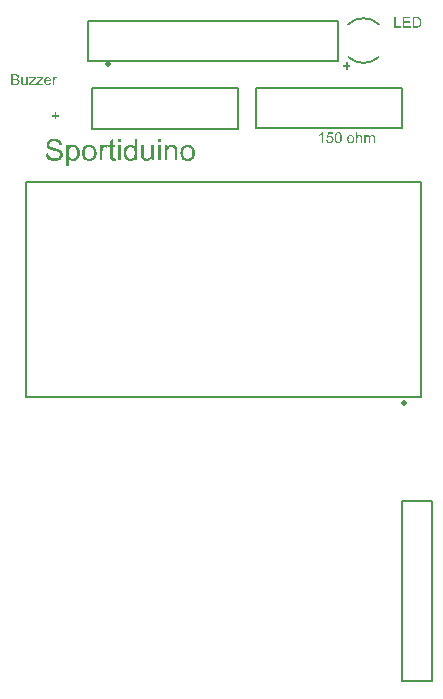
<source format=gto>
%FSLAX33Y33*%
%MOMM*%
%ADD10C,0.15*%
%ADD11C,0.5*%
%ADD12C,0.2*%
D10*
%LNtop silkscreen_traces*%
%LNtop silkscreen component 104f474019bc45ae*%
G01*
X-61835Y33730D02*
X-61835Y37120D01*
X-61835Y33730D02*
X-40665Y33730D01*
X-40665Y37120*
X-61835Y37120*
D11*
X-60140Y33405D03*
%LNtop silkscreen component 6423f2fbdbf0fd51*%
D12*
X-35270Y-18810D02*
X-35270Y-3570D01*
X-32730Y-3570*
X-32730Y-18810*
X-35270Y-18810*
%LNtop silkscreen component 725756eb9d5a0c3e*%
D10*
X-33639Y5234D02*
X-67061Y5234D01*
X-67061Y23416*
X-33639Y23416*
X-33639Y5234*
D11*
X-35110Y4734D03*
%LNtop silkscreen component e41e54bbfcc8de48*%
D10*
X-49145Y27954D02*
X-61505Y27954D01*
X-49145Y27954D02*
X-49145Y31395D01*
X-61505Y31395*
X-61505Y27954*
%LNtop silkscreen component bcffb8a9274f0d14*%
X-47625Y31445D02*
X-35265Y31445D01*
X-47625Y31445D02*
X-47625Y28005D01*
X-35265Y28005*
X-35265Y31445*
%LNtop silkscreen component 243e2b77924b8e62*%
G75*
G03*
X-37200Y36810D02*
X-39800Y36810I-1300J-1386D01*
G75*
X-39800Y34045D02*
X-37200Y34045I1300J1386D01*
%LNtext*%
G36*
G01*
X-41927Y26760D02*
X-42038Y26760D01*
X-42038Y27471D01*
X-42060Y27452D01*
X-42085Y27433D01*
X-42113Y27414D01*
X-42144Y27394D01*
X-42176Y27376D01*
X-42206Y27361D01*
X-42235Y27348D01*
X-42262Y27337D01*
X-42262Y27445D01*
X-42216Y27468D01*
X-42174Y27493D01*
X-42135Y27521D01*
X-42098Y27551D01*
X-42066Y27582D01*
X-42038Y27613D01*
X-42016Y27643D01*
X-41999Y27673D01*
X-41927Y27673D01*
X-41927Y26760D01*
X-41927Y26760D01*
X-41641Y26998D02*
X-41524Y27008D01*
X-41515Y26968D01*
X-41502Y26933D01*
X-41485Y26904D01*
X-41463Y26879D01*
X-41438Y26861D01*
X-41411Y26847D01*
X-41381Y26839D01*
X-41349Y26836D01*
X-41310Y26840D01*
X-41274Y26851D01*
X-41242Y26870D01*
X-41212Y26897D01*
X-41188Y26930D01*
X-41171Y26968D01*
X-41160Y27011D01*
X-41157Y27058D01*
X-41160Y27104D01*
X-41170Y27144D01*
X-41187Y27179D01*
X-41210Y27209D01*
X-41239Y27233D01*
X-41272Y27250D01*
X-41309Y27261D01*
X-41351Y27264D01*
X-41377Y27263D01*
X-41402Y27258D01*
X-41426Y27250D01*
X-41448Y27240D01*
X-41469Y27227D01*
X-41487Y27212D01*
X-41503Y27195D01*
X-41516Y27176D01*
X-41621Y27190D01*
X-41533Y27657D01*
X-41081Y27657D01*
X-41081Y27550D01*
X-41444Y27550D01*
X-41493Y27306D01*
X-41451Y27331D01*
X-41409Y27348D01*
X-41365Y27359D01*
X-41321Y27363D01*
X-41264Y27358D01*
X-41211Y27342D01*
X-41163Y27316D01*
X-41120Y27280D01*
X-41084Y27236D01*
X-41059Y27186D01*
X-41043Y27130D01*
X-41038Y27068D01*
X-41043Y27009D01*
X-41056Y26953D01*
X-41079Y26902D01*
X-41110Y26855D01*
X-41158Y26807D01*
X-41214Y26772D01*
X-41277Y26751D01*
X-41349Y26744D01*
X-41408Y26749D01*
X-41462Y26762D01*
X-41509Y26784D01*
X-41551Y26814D01*
X-41586Y26852D01*
X-41613Y26895D01*
X-41631Y26944D01*
X-41641Y26998D01*
X-41641Y26998D01*
X-40935Y27208D02*
X-40933Y27285D01*
X-40926Y27354D01*
X-40916Y27415D01*
X-40901Y27468D01*
X-40883Y27514D01*
X-40860Y27555D01*
X-40834Y27590D01*
X-40803Y27619D01*
X-40768Y27643D01*
X-40729Y27659D01*
X-40686Y27669D01*
X-40638Y27673D01*
X-40603Y27671D01*
X-40570Y27665D01*
X-40539Y27656D01*
X-40510Y27643D01*
X-40483Y27627D01*
X-40459Y27607D01*
X-40438Y27585D01*
X-40419Y27558D01*
X-40402Y27529D01*
X-40387Y27497D01*
X-40373Y27462D01*
X-40362Y27423D01*
X-40353Y27380D01*
X-40347Y27330D01*
X-40343Y27272D01*
X-40342Y27208D01*
X-40344Y27132D01*
X-40350Y27064D01*
X-40360Y27003D01*
X-40375Y26950D01*
X-40393Y26904D01*
X-40416Y26863D01*
X-40442Y26828D01*
X-40473Y26798D01*
X-40508Y26775D01*
X-40547Y26758D01*
X-40590Y26748D01*
X-40638Y26744D01*
X-40647Y26745D01*
X-40638Y26836D01*
X-40601Y26841D01*
X-40567Y26855D01*
X-40537Y26878D01*
X-40509Y26911D01*
X-40486Y26957D01*
X-40470Y27022D01*
X-40460Y27106D01*
X-40457Y27208D01*
X-40460Y27311D01*
X-40470Y27395D01*
X-40486Y27460D01*
X-40509Y27507D01*
X-40537Y27539D01*
X-40568Y27562D01*
X-40602Y27576D01*
X-40639Y27580D01*
X-40676Y27576D01*
X-40709Y27564D01*
X-40737Y27544D01*
X-40762Y27515D01*
X-40787Y27465D01*
X-40806Y27397D01*
X-40816Y27311D01*
X-40820Y27208D01*
X-40820Y27208D01*
X-40817Y27106D01*
X-40807Y27022D01*
X-40790Y26957D01*
X-40768Y26910D01*
X-40740Y26878D01*
X-40709Y26855D01*
X-40675Y26841D01*
X-40638Y26836D01*
X-40647Y26745D01*
X-40700Y26750D01*
X-40756Y26768D01*
X-40804Y26798D01*
X-40845Y26839D01*
X-40884Y26904D01*
X-40912Y26988D01*
X-40929Y27089D01*
X-40935Y27208D01*
X-40935Y27208D01*
X-39886Y27089D02*
X-39880Y27175D01*
X-39861Y27248D01*
X-39829Y27310D01*
X-39784Y27360D01*
X-39740Y27392D01*
X-39690Y27415D01*
X-39636Y27429D01*
X-39577Y27433D01*
X-39512Y27428D01*
X-39454Y27411D01*
X-39401Y27383D01*
X-39355Y27344D01*
X-39317Y27296D01*
X-39291Y27238D01*
X-39274Y27173D01*
X-39269Y27099D01*
X-39271Y27038D01*
X-39279Y26985D01*
X-39290Y26938D01*
X-39307Y26899D01*
X-39328Y26864D01*
X-39354Y26834D01*
X-39384Y26808D01*
X-39418Y26785D01*
X-39455Y26768D01*
X-39494Y26755D01*
X-39535Y26748D01*
X-39577Y26745D01*
X-39585Y26746D01*
X-39577Y26837D01*
X-39537Y26841D01*
X-39501Y26853D01*
X-39468Y26872D01*
X-39439Y26900D01*
X-39415Y26936D01*
X-39398Y26980D01*
X-39387Y27032D01*
X-39384Y27093D01*
X-39387Y27150D01*
X-39398Y27200D01*
X-39415Y27243D01*
X-39439Y27278D01*
X-39469Y27306D01*
X-39501Y27325D01*
X-39538Y27337D01*
X-39577Y27341D01*
X-39617Y27337D01*
X-39654Y27325D01*
X-39687Y27306D01*
X-39716Y27278D01*
X-39740Y27243D01*
X-39758Y27200D01*
X-39768Y27149D01*
X-39771Y27089D01*
X-39771Y27089D01*
X-39768Y27030D01*
X-39758Y26979D01*
X-39740Y26935D01*
X-39716Y26900D01*
X-39687Y26872D01*
X-39654Y26853D01*
X-39617Y26841D01*
X-39577Y26837D01*
X-39585Y26746D01*
X-39643Y26751D01*
X-39702Y26767D01*
X-39755Y26795D01*
X-39801Y26834D01*
X-39838Y26883D01*
X-39865Y26942D01*
X-39881Y27011D01*
X-39886Y27089D01*
X-39886Y27089D01*
X-39138Y26760D02*
X-39138Y27669D01*
X-39027Y27669D01*
X-39027Y27343D01*
X-38985Y27383D01*
X-38938Y27411D01*
X-38886Y27428D01*
X-38829Y27433D01*
X-38794Y27432D01*
X-38761Y27426D01*
X-38730Y27417D01*
X-38702Y27405D01*
X-38677Y27389D01*
X-38656Y27370D01*
X-38639Y27349D01*
X-38625Y27325D01*
X-38615Y27297D01*
X-38608Y27263D01*
X-38603Y27223D01*
X-38602Y27177D01*
X-38602Y26760D01*
X-38713Y26760D01*
X-38713Y27177D01*
X-38716Y27216D01*
X-38722Y27250D01*
X-38734Y27277D01*
X-38750Y27299D01*
X-38770Y27316D01*
X-38793Y27328D01*
X-38821Y27335D01*
X-38852Y27337D01*
X-38877Y27336D01*
X-38900Y27331D01*
X-38923Y27323D01*
X-38946Y27312D01*
X-38966Y27298D01*
X-38983Y27281D01*
X-38997Y27263D01*
X-39008Y27242D01*
X-39016Y27218D01*
X-39022Y27189D01*
X-39025Y27157D01*
X-39027Y27120D01*
X-39027Y26760D01*
X-39138Y26760D01*
X-39138Y26760D01*
X-38432Y26760D02*
X-38432Y27419D01*
X-38332Y27419D01*
X-38332Y27326D01*
X-38315Y27349D01*
X-38296Y27370D01*
X-38274Y27388D01*
X-38250Y27404D01*
X-38223Y27417D01*
X-38194Y27426D01*
X-38164Y27432D01*
X-38132Y27433D01*
X-38097Y27432D01*
X-38066Y27426D01*
X-38037Y27416D01*
X-38012Y27403D01*
X-37991Y27386D01*
X-37972Y27367D01*
X-37958Y27344D01*
X-37946Y27318D01*
X-37904Y27369D01*
X-37856Y27405D01*
X-37803Y27426D01*
X-37743Y27433D01*
X-37697Y27430D01*
X-37656Y27420D01*
X-37621Y27403D01*
X-37592Y27379D01*
X-37569Y27348D01*
X-37553Y27310D01*
X-37543Y27265D01*
X-37539Y27212D01*
X-37539Y26760D01*
X-37650Y26760D01*
X-37650Y27175D01*
X-37651Y27206D01*
X-37653Y27232D01*
X-37657Y27254D01*
X-37661Y27271D01*
X-37668Y27285D01*
X-37677Y27298D01*
X-37688Y27309D01*
X-37701Y27319D01*
X-37716Y27327D01*
X-37732Y27332D01*
X-37749Y27336D01*
X-37768Y27337D01*
X-37801Y27334D01*
X-37831Y27325D01*
X-37859Y27311D01*
X-37883Y27291D01*
X-37903Y27264D01*
X-37917Y27230D01*
X-37926Y27190D01*
X-37929Y27143D01*
X-37929Y26760D01*
X-38041Y26760D01*
X-38041Y27188D01*
X-38042Y27223D01*
X-38047Y27253D01*
X-38056Y27279D01*
X-38068Y27300D01*
X-38084Y27316D01*
X-38104Y27327D01*
X-38128Y27334D01*
X-38157Y27337D01*
X-38180Y27335D01*
X-38202Y27331D01*
X-38224Y27323D01*
X-38244Y27312D01*
X-38263Y27298D01*
X-38279Y27281D01*
X-38292Y27262D01*
X-38302Y27239D01*
X-38310Y27213D01*
X-38316Y27181D01*
X-38319Y27144D01*
X-38320Y27102D01*
X-38320Y26760D01*
X-38432Y26760D01*
X-38432Y26760D01*
X-64602Y28747D02*
X-64602Y28996D01*
X-64849Y28996D01*
X-64849Y29100D01*
X-64602Y29100D01*
X-64602Y29348D01*
X-64496Y29348D01*
X-64496Y29100D01*
X-64249Y29100D01*
X-64249Y28996D01*
X-64496Y28996D01*
X-64496Y28747D01*
X-64602Y28747D01*
X-64602Y28747D01*
X-35907Y36525D02*
X-35907Y37434D01*
X-35787Y37434D01*
X-35787Y36632D01*
X-35339Y36632D01*
X-35339Y36525D01*
X-35907Y36525D01*
X-35907Y36525D01*
X-35193Y36525D02*
X-35193Y37434D01*
X-34536Y37434D01*
X-34536Y37327D01*
X-35073Y37327D01*
X-35073Y37048D01*
X-34570Y37048D01*
X-34570Y36942D01*
X-35073Y36942D01*
X-35073Y36632D01*
X-34515Y36632D01*
X-34515Y36525D01*
X-35193Y36525D01*
X-35193Y36525D01*
X-34349Y36525D02*
X-34349Y37434D01*
X-34037Y37434D01*
X-34037Y37327D01*
X-34228Y37327D01*
X-34228Y36632D01*
X-34228Y36632D01*
X-34034Y36632D01*
X-33992Y36633D01*
X-33954Y36636D01*
X-33921Y36642D01*
X-33893Y36649D01*
X-33869Y36658D01*
X-33847Y36669D01*
X-33828Y36682D01*
X-33812Y36696D01*
X-33791Y36719D01*
X-33774Y36746D01*
X-33758Y36777D01*
X-33745Y36811D01*
X-33734Y36849D01*
X-33727Y36891D01*
X-33723Y36937D01*
X-33721Y36986D01*
X-33724Y37054D01*
X-33733Y37112D01*
X-33747Y37163D01*
X-33768Y37206D01*
X-33793Y37241D01*
X-33820Y37270D01*
X-33849Y37292D01*
X-33882Y37308D01*
X-33910Y37316D01*
X-33945Y37322D01*
X-33987Y37326D01*
X-34037Y37327D01*
X-34037Y37434D01*
X-34035Y37434D01*
X-33986Y37433D01*
X-33942Y37431D01*
X-33905Y37427D01*
X-33874Y37421D01*
X-33836Y37410D01*
X-33801Y37396D01*
X-33769Y37378D01*
X-33740Y37356D01*
X-33707Y37323D01*
X-33677Y37287D01*
X-33653Y37246D01*
X-33633Y37201D01*
X-33617Y37152D01*
X-33606Y37099D01*
X-33599Y37044D01*
X-33597Y36985D01*
X-33599Y36934D01*
X-33603Y36887D01*
X-33611Y36842D01*
X-33621Y36801D01*
X-33634Y36763D01*
X-33649Y36728D01*
X-33665Y36696D01*
X-33683Y36669D01*
X-33703Y36644D01*
X-33723Y36622D01*
X-33744Y36603D01*
X-33766Y36586D01*
X-33790Y36572D01*
X-33816Y36560D01*
X-33844Y36549D01*
X-33875Y36541D01*
X-33907Y36534D01*
X-33943Y36529D01*
X-33981Y36526D01*
X-34021Y36525D01*
X-34349Y36525D01*
X-34349Y36525D01*
X-65411Y25859D02*
X-65184Y25879D01*
X-65173Y25814D01*
X-65157Y25755D01*
X-65136Y25702D01*
X-65109Y25655D01*
X-65075Y25614D01*
X-65034Y25576D01*
X-64984Y25543D01*
X-64926Y25514D01*
X-64862Y25490D01*
X-64794Y25473D01*
X-64722Y25463D01*
X-64647Y25460D01*
X-64580Y25462D01*
X-64517Y25470D01*
X-64459Y25483D01*
X-64404Y25501D01*
X-64354Y25523D01*
X-64312Y25549D01*
X-64276Y25579D01*
X-64247Y25613D01*
X-64224Y25649D01*
X-64208Y25688D01*
X-64199Y25727D01*
X-64195Y25769D01*
X-64199Y25810D01*
X-64208Y25849D01*
X-64223Y25885D01*
X-64245Y25918D01*
X-64274Y25949D01*
X-64311Y25977D01*
X-64356Y26002D01*
X-64409Y26025D01*
X-64456Y26042D01*
X-64526Y26062D01*
X-64618Y26086D01*
X-64732Y26114D01*
X-64848Y26144D01*
X-64946Y26172D01*
X-65024Y26200D01*
X-65083Y26227D01*
X-65144Y26264D01*
X-65197Y26304D01*
X-65241Y26348D01*
X-65278Y26397D01*
X-65306Y26449D01*
X-65325Y26504D01*
X-65337Y26562D01*
X-65341Y26623D01*
X-65337Y26691D01*
X-65322Y26756D01*
X-65297Y26820D01*
X-65263Y26880D01*
X-65220Y26937D01*
X-65167Y26986D01*
X-65106Y27028D01*
X-65035Y27062D01*
X-64958Y27089D01*
X-64877Y27109D01*
X-64791Y27120D01*
X-64701Y27124D01*
X-64603Y27120D01*
X-64511Y27108D01*
X-64425Y27088D01*
X-64345Y27059D01*
X-64272Y27023D01*
X-64208Y26979D01*
X-64153Y26927D01*
X-64107Y26867D01*
X-64071Y26802D01*
X-64044Y26733D01*
X-64026Y26659D01*
X-64018Y26581D01*
X-64249Y26564D01*
X-64264Y26645D01*
X-64290Y26715D01*
X-64327Y26775D01*
X-64375Y26824D01*
X-64435Y26863D01*
X-64508Y26890D01*
X-64593Y26907D01*
X-64692Y26912D01*
X-64793Y26907D01*
X-64880Y26892D01*
X-64952Y26867D01*
X-65010Y26832D01*
X-65053Y26790D01*
X-65085Y26744D01*
X-65103Y26694D01*
X-65110Y26639D01*
X-65105Y26592D01*
X-65092Y26550D01*
X-65070Y26512D01*
X-65039Y26478D01*
X-64990Y26446D01*
X-64913Y26414D01*
X-64809Y26381D01*
X-64676Y26348D01*
X-64541Y26316D01*
X-64429Y26286D01*
X-64340Y26258D01*
X-64274Y26232D01*
X-64199Y26193D01*
X-64136Y26150D01*
X-64082Y26101D01*
X-64039Y26047D01*
X-64006Y25989D01*
X-63982Y25926D01*
X-63968Y25859D01*
X-63964Y25788D01*
X-63969Y25717D01*
X-63984Y25648D01*
X-64010Y25580D01*
X-64047Y25515D01*
X-64093Y25454D01*
X-64148Y25401D01*
X-64212Y25355D01*
X-64285Y25315D01*
X-64366Y25284D01*
X-64451Y25262D01*
X-64541Y25248D01*
X-64636Y25244D01*
X-64754Y25248D01*
X-64863Y25262D01*
X-64961Y25284D01*
X-65049Y25316D01*
X-65128Y25356D01*
X-65198Y25406D01*
X-65259Y25465D01*
X-65311Y25532D01*
X-65353Y25607D01*
X-65383Y25686D01*
X-65403Y25770D01*
X-65411Y25859D01*
X-65411Y25859D01*
X-63663Y24770D02*
X-63663Y26592D01*
X-63460Y26592D01*
X-63460Y26421D01*
X-63351Y26314D01*
X-63351Y26314D01*
X-63399Y26239D01*
X-63434Y26150D01*
X-63454Y26046D01*
X-63461Y25926D01*
X-63461Y25926D01*
X-63455Y25807D01*
X-63435Y25705D01*
X-63403Y25619D01*
X-63358Y25550D01*
X-63304Y25497D01*
X-63244Y25459D01*
X-63179Y25436D01*
X-63109Y25429D01*
X-63037Y25437D01*
X-62971Y25460D01*
X-62910Y25500D01*
X-62854Y25555D01*
X-62808Y25626D01*
X-62775Y25715D01*
X-62755Y25821D01*
X-62748Y25945D01*
X-62755Y26063D01*
X-62774Y26165D01*
X-62806Y26251D01*
X-62852Y26322D01*
X-62906Y26377D01*
X-62965Y26416D01*
X-63030Y26439D01*
X-63099Y26447D01*
X-63168Y26439D01*
X-63233Y26414D01*
X-63295Y26372D01*
X-63351Y26314D01*
X-63460Y26421D01*
X-63423Y26468D01*
X-63383Y26509D01*
X-63342Y26543D01*
X-63298Y26572D01*
X-63250Y26594D01*
X-63197Y26609D01*
X-63140Y26619D01*
X-63078Y26622D01*
X-62996Y26616D01*
X-62919Y26600D01*
X-62847Y26573D01*
X-62780Y26535D01*
X-62720Y26487D01*
X-62667Y26430D01*
X-62622Y26365D01*
X-62586Y26290D01*
X-62557Y26209D01*
X-62536Y26124D01*
X-62524Y26036D01*
X-62520Y25943D01*
X-62524Y25845D01*
X-62538Y25751D01*
X-62561Y25663D01*
X-62592Y25579D01*
X-62633Y25503D01*
X-62681Y25437D01*
X-62738Y25379D01*
X-62803Y25331D01*
X-62873Y25294D01*
X-62945Y25267D01*
X-63019Y25251D01*
X-63094Y25245D01*
X-63148Y25248D01*
X-63200Y25257D01*
X-63249Y25272D01*
X-63294Y25292D01*
X-63337Y25317D01*
X-63375Y25346D01*
X-63410Y25377D01*
X-63440Y25411D01*
X-63440Y24770D01*
X-63663Y24770D01*
X-63663Y24770D01*
X-62334Y25934D02*
X-62321Y26105D01*
X-62283Y26252D01*
X-62219Y26376D01*
X-62130Y26476D01*
X-62041Y26540D01*
X-61942Y26585D01*
X-61834Y26613D01*
X-61716Y26622D01*
X-61587Y26611D01*
X-61469Y26577D01*
X-61365Y26522D01*
X-61272Y26444D01*
X-61197Y26346D01*
X-61143Y26232D01*
X-61111Y26101D01*
X-61100Y25952D01*
X-61105Y25832D01*
X-61119Y25725D01*
X-61143Y25632D01*
X-61176Y25552D01*
X-61219Y25483D01*
X-61270Y25423D01*
X-61330Y25370D01*
X-61398Y25326D01*
X-61473Y25291D01*
X-61550Y25265D01*
X-61632Y25250D01*
X-61716Y25245D01*
X-61732Y25247D01*
X-61716Y25429D01*
X-61637Y25437D01*
X-61564Y25460D01*
X-61498Y25500D01*
X-61440Y25555D01*
X-61391Y25627D01*
X-61357Y25715D01*
X-61336Y25820D01*
X-61329Y25941D01*
X-61336Y26056D01*
X-61357Y26156D01*
X-61392Y26241D01*
X-61440Y26311D01*
X-61499Y26366D01*
X-61565Y26406D01*
X-61637Y26429D01*
X-61716Y26437D01*
X-61796Y26429D01*
X-61869Y26406D01*
X-61935Y26367D01*
X-61994Y26312D01*
X-62042Y26241D01*
X-62077Y26155D01*
X-62097Y26052D01*
X-62104Y25934D01*
X-62104Y25934D01*
X-62097Y25815D01*
X-62077Y25712D01*
X-62042Y25626D01*
X-61994Y25555D01*
X-61935Y25500D01*
X-61869Y25460D01*
X-61796Y25437D01*
X-61716Y25429D01*
X-61732Y25247D01*
X-61848Y25256D01*
X-61966Y25290D01*
X-62071Y25345D01*
X-62163Y25423D01*
X-62238Y25521D01*
X-62291Y25639D01*
X-62323Y25777D01*
X-62334Y25934D01*
X-62334Y25934D01*
X-60841Y25275D02*
X-60841Y26592D01*
X-60640Y26592D01*
X-60640Y26392D01*
X-60602Y26457D01*
X-60566Y26509D01*
X-60531Y26549D01*
X-60498Y26577D01*
X-60464Y26597D01*
X-60429Y26611D01*
X-60393Y26619D01*
X-60354Y26622D01*
X-60298Y26617D01*
X-60241Y26604D01*
X-60183Y26581D01*
X-60125Y26550D01*
X-60202Y26343D01*
X-60243Y26364D01*
X-60284Y26379D01*
X-60325Y26388D01*
X-60366Y26391D01*
X-60401Y26388D01*
X-60435Y26380D01*
X-60467Y26366D01*
X-60497Y26347D01*
X-60524Y26323D01*
X-60547Y26295D01*
X-60566Y26262D01*
X-60580Y26225D01*
X-60596Y26164D01*
X-60608Y26100D01*
X-60615Y26034D01*
X-60617Y25965D01*
X-60617Y25275D01*
X-60841Y25275D01*
X-60841Y25275D01*
X-59505Y25475D02*
X-59473Y25277D01*
X-59519Y25269D01*
X-59562Y25263D01*
X-59603Y25259D01*
X-59641Y25258D01*
X-59699Y25260D01*
X-59749Y25267D01*
X-59793Y25279D01*
X-59830Y25296D01*
X-59861Y25317D01*
X-59887Y25341D01*
X-59908Y25367D01*
X-59924Y25397D01*
X-59936Y25437D01*
X-59945Y25494D01*
X-59950Y25569D01*
X-59951Y25661D01*
X-59951Y26418D01*
X-60115Y26418D01*
X-60115Y26592D01*
X-59951Y26592D01*
X-59951Y26918D01*
X-59729Y27052D01*
X-59729Y26592D01*
X-59505Y26592D01*
X-59505Y26418D01*
X-59729Y26418D01*
X-59729Y25648D01*
X-59729Y25605D01*
X-59726Y25570D01*
X-59723Y25543D01*
X-59718Y25526D01*
X-59711Y25513D01*
X-59702Y25501D01*
X-59692Y25491D01*
X-59679Y25482D01*
X-59664Y25475D01*
X-59647Y25470D01*
X-59626Y25467D01*
X-59603Y25466D01*
X-59583Y25467D01*
X-59560Y25468D01*
X-59534Y25471D01*
X-59505Y25475D01*
X-59505Y25475D01*
X-59285Y25275D02*
X-59285Y26592D01*
X-59062Y26592D01*
X-59062Y25275D01*
X-59285Y25275D01*
X-59285Y25275D01*
X-59285Y26836D02*
X-59285Y27093D01*
X-59062Y27093D01*
X-59062Y26836D01*
X-59285Y26836D01*
X-59285Y26836D01*
X-57868Y25275D02*
X-57868Y25441D01*
X-57969Y25546D01*
X-57966Y25548D01*
X-57922Y25616D01*
X-57890Y25700D01*
X-57871Y25799D01*
X-57864Y25914D01*
X-57871Y26040D01*
X-57890Y26148D01*
X-57923Y26238D01*
X-57968Y26311D01*
X-58023Y26366D01*
X-58085Y26405D01*
X-58152Y26429D01*
X-58225Y26437D01*
X-58296Y26430D01*
X-58362Y26407D01*
X-58421Y26369D01*
X-58474Y26316D01*
X-58517Y26246D01*
X-58549Y26159D01*
X-58567Y26054D01*
X-58574Y25932D01*
X-58574Y25932D01*
X-58567Y25814D01*
X-58547Y25711D01*
X-58514Y25625D01*
X-58467Y25554D01*
X-58411Y25499D01*
X-58351Y25460D01*
X-58285Y25437D01*
X-58215Y25429D01*
X-58145Y25436D01*
X-58080Y25459D01*
X-58020Y25496D01*
X-57969Y25546D01*
X-57868Y25441D01*
X-57938Y25355D01*
X-58023Y25294D01*
X-58122Y25257D01*
X-58236Y25245D01*
X-58313Y25251D01*
X-58387Y25267D01*
X-58458Y25294D01*
X-58526Y25332D01*
X-58588Y25380D01*
X-58643Y25436D01*
X-58690Y25501D01*
X-58730Y25575D01*
X-58762Y25655D01*
X-58785Y25742D01*
X-58798Y25834D01*
X-58803Y25932D01*
X-58799Y26029D01*
X-58787Y26120D01*
X-58766Y26208D01*
X-58737Y26290D01*
X-58700Y26366D01*
X-58655Y26432D01*
X-58602Y26489D01*
X-58540Y26536D01*
X-58472Y26574D01*
X-58401Y26600D01*
X-58325Y26617D01*
X-58246Y26622D01*
X-58188Y26619D01*
X-58134Y26609D01*
X-58082Y26594D01*
X-58034Y26572D01*
X-57990Y26545D01*
X-57950Y26514D01*
X-57914Y26479D01*
X-57883Y26441D01*
X-57883Y27093D01*
X-57661Y27093D01*
X-57661Y25275D01*
X-57868Y25275D01*
X-57868Y25275D01*
X-56447Y25275D02*
X-56447Y25468D01*
X-56530Y25371D01*
X-56628Y25301D01*
X-56739Y25259D01*
X-56864Y25245D01*
X-56922Y25248D01*
X-56977Y25256D01*
X-57031Y25270D01*
X-57082Y25290D01*
X-57129Y25314D01*
X-57170Y25340D01*
X-57204Y25370D01*
X-57232Y25402D01*
X-57255Y25438D01*
X-57274Y25477D01*
X-57289Y25521D01*
X-57301Y25568D01*
X-57307Y25605D01*
X-57311Y25653D01*
X-57314Y25710D01*
X-57315Y25776D01*
X-57315Y26592D01*
X-57091Y26592D01*
X-57091Y25862D01*
X-57091Y25781D01*
X-57088Y25715D01*
X-57084Y25664D01*
X-57078Y25626D01*
X-57064Y25584D01*
X-57045Y25547D01*
X-57020Y25515D01*
X-56988Y25488D01*
X-56952Y25466D01*
X-56912Y25450D01*
X-56868Y25441D01*
X-56820Y25437D01*
X-56770Y25441D01*
X-56722Y25450D01*
X-56676Y25466D01*
X-56631Y25489D01*
X-56590Y25517D01*
X-56556Y25550D01*
X-56528Y25587D01*
X-56507Y25629D01*
X-56491Y25678D01*
X-56479Y25738D01*
X-56472Y25807D01*
X-56470Y25886D01*
X-56470Y26592D01*
X-56247Y26592D01*
X-56247Y25275D01*
X-56447Y25275D01*
X-56447Y25275D01*
X-55896Y25275D02*
X-55896Y26592D01*
X-55673Y26592D01*
X-55673Y25275D01*
X-55896Y25275D01*
X-55896Y25275D01*
X-55896Y26836D02*
X-55896Y27093D01*
X-55673Y27093D01*
X-55673Y26836D01*
X-55896Y26836D01*
X-55896Y26836D01*
X-55333Y25275D02*
X-55333Y26592D01*
X-55132Y26592D01*
X-55132Y26405D01*
X-55051Y26500D01*
X-54955Y26568D01*
X-54842Y26608D01*
X-54713Y26622D01*
X-54654Y26619D01*
X-54598Y26611D01*
X-54545Y26598D01*
X-54494Y26579D01*
X-54447Y26556D01*
X-54407Y26530D01*
X-54372Y26500D01*
X-54344Y26467D01*
X-54321Y26431D01*
X-54302Y26391D01*
X-54287Y26348D01*
X-54275Y26302D01*
X-54269Y26265D01*
X-54266Y26217D01*
X-54263Y26157D01*
X-54263Y26085D01*
X-54263Y25275D01*
X-54486Y25275D01*
X-54486Y26076D01*
X-54487Y26140D01*
X-54492Y26195D01*
X-54500Y26242D01*
X-54512Y26280D01*
X-54527Y26312D01*
X-54548Y26341D01*
X-54574Y26366D01*
X-54604Y26388D01*
X-54639Y26406D01*
X-54676Y26418D01*
X-54717Y26426D01*
X-54760Y26428D01*
X-54829Y26423D01*
X-54893Y26406D01*
X-54952Y26377D01*
X-55006Y26338D01*
X-55051Y26282D01*
X-55084Y26207D01*
X-55103Y26111D01*
X-55110Y25994D01*
X-55110Y25275D01*
X-55333Y25275D01*
X-55333Y25275D01*
X-54003Y25934D02*
X-53991Y26105D01*
X-53952Y26252D01*
X-53889Y26376D01*
X-53800Y26476D01*
X-53710Y26540D01*
X-53611Y26585D01*
X-53503Y26613D01*
X-53386Y26622D01*
X-53256Y26611D01*
X-53139Y26577D01*
X-53034Y26522D01*
X-52942Y26444D01*
X-52866Y26346D01*
X-52812Y26232D01*
X-52780Y26101D01*
X-52769Y25952D01*
X-52774Y25832D01*
X-52788Y25725D01*
X-52812Y25632D01*
X-52846Y25552D01*
X-52888Y25483D01*
X-52939Y25423D01*
X-52999Y25370D01*
X-53068Y25326D01*
X-53142Y25291D01*
X-53220Y25265D01*
X-53301Y25250D01*
X-53386Y25245D01*
X-53401Y25247D01*
X-53386Y25429D01*
X-53306Y25437D01*
X-53233Y25460D01*
X-53168Y25500D01*
X-53109Y25555D01*
X-53061Y25627D01*
X-53026Y25715D01*
X-53006Y25820D01*
X-52999Y25941D01*
X-53006Y26056D01*
X-53026Y26156D01*
X-53061Y26241D01*
X-53110Y26311D01*
X-53169Y26366D01*
X-53234Y26406D01*
X-53307Y26429D01*
X-53386Y26437D01*
X-53466Y26429D01*
X-53539Y26406D01*
X-53605Y26367D01*
X-53663Y26312D01*
X-53712Y26241D01*
X-53746Y26155D01*
X-53767Y26052D01*
X-53774Y25934D01*
X-53774Y25934D01*
X-53767Y25815D01*
X-53746Y25712D01*
X-53712Y25626D01*
X-53663Y25555D01*
X-53605Y25500D01*
X-53539Y25460D01*
X-53466Y25437D01*
X-53386Y25429D01*
X-53401Y25247D01*
X-53517Y25256D01*
X-53636Y25290D01*
X-53741Y25345D01*
X-53833Y25423D01*
X-53907Y25521D01*
X-53961Y25639D01*
X-53993Y25777D01*
X-54003Y25934D01*
X-54003Y25934D01*
X-68307Y31675D02*
X-68307Y32584D01*
X-67966Y32584D01*
X-67916Y32582D01*
X-67872Y32577D01*
X-67833Y32569D01*
X-67799Y32556D01*
X-67769Y32541D01*
X-67743Y32521D01*
X-67720Y32498D01*
X-67700Y32472D01*
X-67685Y32443D01*
X-67673Y32413D01*
X-67667Y32383D01*
X-67665Y32352D01*
X-67667Y32323D01*
X-67672Y32295D01*
X-67682Y32268D01*
X-67696Y32242D01*
X-67714Y32217D01*
X-67736Y32195D01*
X-67762Y32176D01*
X-67792Y32159D01*
X-67827Y32073D01*
X-67843Y32080D01*
X-67869Y32086D01*
X-67900Y32091D01*
X-67936Y32094D01*
X-67976Y32095D01*
X-68187Y32095D01*
X-68187Y31782D01*
X-68187Y31782D01*
X-67960Y31782D01*
X-67933Y31783D01*
X-67911Y31783D01*
X-67892Y31785D01*
X-67878Y31787D01*
X-67859Y31791D01*
X-67840Y31797D01*
X-67824Y31803D01*
X-67809Y31811D01*
X-67796Y31821D01*
X-67784Y31833D01*
X-67773Y31846D01*
X-67763Y31862D01*
X-67755Y31879D01*
X-67750Y31898D01*
X-67746Y31917D01*
X-67745Y31939D01*
X-67747Y31963D01*
X-67752Y31986D01*
X-67760Y32007D01*
X-67771Y32027D01*
X-67785Y32044D01*
X-67802Y32059D01*
X-67822Y32071D01*
X-67827Y32073D01*
X-67792Y32159D01*
X-67835Y32231D01*
X-67819Y32243D01*
X-67806Y32258D01*
X-67796Y32275D01*
X-67789Y32294D01*
X-67784Y32314D01*
X-67783Y32337D01*
X-67784Y32359D01*
X-67788Y32380D01*
X-67795Y32399D01*
X-67805Y32417D01*
X-67817Y32433D01*
X-67831Y32446D01*
X-67848Y32456D01*
X-67867Y32464D01*
X-67890Y32470D01*
X-67921Y32474D01*
X-67960Y32476D01*
X-68005Y32477D01*
X-68187Y32477D01*
X-68187Y32202D01*
X-68187Y32202D01*
X-67990Y32202D01*
X-67953Y32203D01*
X-67921Y32205D01*
X-67896Y32208D01*
X-67875Y32213D01*
X-67854Y32221D01*
X-67835Y32231D01*
X-67792Y32159D01*
X-67753Y32144D01*
X-67719Y32126D01*
X-67689Y32103D01*
X-67665Y32076D01*
X-67645Y32046D01*
X-67632Y32013D01*
X-67623Y31977D01*
X-67621Y31939D01*
X-67622Y31907D01*
X-67627Y31877D01*
X-67636Y31848D01*
X-67647Y31820D01*
X-67662Y31794D01*
X-67678Y31771D01*
X-67695Y31752D01*
X-67714Y31735D01*
X-67735Y31721D01*
X-67759Y31709D01*
X-67785Y31699D01*
X-67814Y31690D01*
X-67845Y31684D01*
X-67880Y31679D01*
X-67919Y31676D01*
X-67960Y31675D01*
X-68307Y31675D01*
X-68307Y31675D01*
X-67038Y31675D02*
X-67038Y31772D01*
X-67079Y31723D01*
X-67128Y31688D01*
X-67184Y31667D01*
X-67247Y31660D01*
X-67275Y31662D01*
X-67303Y31666D01*
X-67330Y31673D01*
X-67355Y31682D01*
X-67379Y31694D01*
X-67399Y31708D01*
X-67417Y31722D01*
X-67430Y31739D01*
X-67442Y31756D01*
X-67451Y31776D01*
X-67459Y31798D01*
X-67465Y31821D01*
X-67468Y31840D01*
X-67470Y31864D01*
X-67471Y31892D01*
X-67472Y31926D01*
X-67472Y32334D01*
X-67360Y32334D01*
X-67360Y31968D01*
X-67360Y31928D01*
X-67358Y31895D01*
X-67356Y31869D01*
X-67353Y31850D01*
X-67346Y31830D01*
X-67337Y31811D01*
X-67324Y31795D01*
X-67309Y31781D01*
X-67291Y31770D01*
X-67270Y31763D01*
X-67248Y31758D01*
X-67224Y31756D01*
X-67200Y31758D01*
X-67176Y31763D01*
X-67152Y31771D01*
X-67130Y31782D01*
X-67110Y31796D01*
X-67092Y31812D01*
X-67078Y31831D01*
X-67068Y31852D01*
X-67060Y31877D01*
X-67054Y31906D01*
X-67051Y31941D01*
X-67049Y31981D01*
X-67049Y32334D01*
X-66938Y32334D01*
X-66938Y31675D01*
X-67038Y31675D01*
X-67038Y31675D01*
X-66822Y31675D02*
X-66822Y31766D01*
X-66403Y32247D01*
X-66437Y32245D01*
X-66470Y32244D01*
X-66500Y32243D01*
X-66528Y32243D01*
X-66797Y32243D01*
X-66797Y32334D01*
X-66259Y32334D01*
X-66259Y32260D01*
X-66615Y31842D01*
X-66684Y31766D01*
X-66647Y31768D01*
X-66611Y31770D01*
X-66577Y31771D01*
X-66543Y31771D01*
X-66239Y31771D01*
X-66239Y31675D01*
X-66822Y31675D01*
X-66822Y31675D01*
X-66187Y31675D02*
X-66187Y31766D01*
X-65768Y32247D01*
X-65802Y32245D01*
X-65835Y32244D01*
X-65865Y32243D01*
X-65893Y32243D01*
X-66162Y32243D01*
X-66162Y32334D01*
X-65624Y32334D01*
X-65624Y32260D01*
X-65980Y31842D01*
X-66049Y31766D01*
X-66012Y31768D01*
X-65976Y31770D01*
X-65942Y31771D01*
X-65908Y31771D01*
X-65604Y31771D01*
X-65604Y31675D01*
X-66187Y31675D01*
X-66187Y31675D01*
X-65042Y31887D02*
X-64927Y31873D01*
X-64943Y31825D01*
X-64966Y31783D01*
X-64994Y31747D01*
X-65028Y31716D01*
X-65067Y31692D01*
X-65112Y31674D01*
X-65161Y31664D01*
X-65216Y31660D01*
X-65285Y31666D01*
X-65346Y31682D01*
X-65399Y31710D01*
X-65445Y31749D01*
X-65482Y31798D01*
X-65509Y31856D01*
X-65525Y31923D01*
X-65530Y31999D01*
X-65525Y32077D01*
X-65509Y32146D01*
X-65482Y32206D01*
X-65444Y32257D01*
X-65398Y32297D01*
X-65346Y32326D01*
X-65287Y32343D01*
X-65222Y32348D01*
X-65213Y32348D01*
X-65221Y32257D01*
X-65258Y32253D01*
X-65292Y32244D01*
X-65323Y32228D01*
X-65350Y32205D01*
X-65374Y32177D01*
X-65391Y32145D01*
X-65403Y32108D01*
X-65408Y32068D01*
X-65408Y32068D01*
X-65041Y32068D01*
X-65046Y32106D01*
X-65055Y32140D01*
X-65067Y32169D01*
X-65083Y32192D01*
X-65112Y32220D01*
X-65144Y32241D01*
X-65181Y32253D01*
X-65221Y32257D01*
X-65213Y32348D01*
X-65159Y32343D01*
X-65102Y32326D01*
X-65051Y32298D01*
X-65007Y32259D01*
X-64970Y32209D01*
X-64944Y32150D01*
X-64928Y32082D01*
X-64923Y32006D01*
X-64923Y32000D01*
X-64923Y31993D01*
X-64923Y31985D01*
X-64924Y31976D01*
X-65415Y31976D01*
X-65408Y31925D01*
X-65396Y31880D01*
X-65378Y31842D01*
X-65353Y31810D01*
X-65324Y31784D01*
X-65291Y31766D01*
X-65255Y31755D01*
X-65216Y31752D01*
X-65186Y31754D01*
X-65159Y31760D01*
X-65134Y31770D01*
X-65111Y31784D01*
X-65090Y31803D01*
X-65072Y31826D01*
X-65056Y31854D01*
X-65042Y31887D01*
X-65042Y31887D01*
X-64788Y31675D02*
X-64788Y32334D01*
X-64687Y32334D01*
X-64687Y32234D01*
X-64668Y32266D01*
X-64650Y32292D01*
X-64633Y32312D01*
X-64616Y32326D01*
X-64600Y32336D01*
X-64582Y32343D01*
X-64564Y32347D01*
X-64545Y32348D01*
X-64516Y32346D01*
X-64488Y32339D01*
X-64459Y32328D01*
X-64430Y32312D01*
X-64468Y32209D01*
X-64489Y32220D01*
X-64509Y32227D01*
X-64530Y32232D01*
X-64550Y32233D01*
X-64568Y32232D01*
X-64585Y32228D01*
X-64601Y32221D01*
X-64616Y32211D01*
X-64629Y32199D01*
X-64641Y32185D01*
X-64650Y32168D01*
X-64657Y32150D01*
X-64666Y32120D01*
X-64671Y32088D01*
X-64675Y32054D01*
X-64676Y32020D01*
X-64676Y31675D01*
X-64788Y31675D01*
X-64788Y31675D01*
X-39957Y32972D02*
X-39957Y33221D01*
X-40204Y33221D01*
X-40204Y33325D01*
X-39957Y33325D01*
X-39957Y33573D01*
X-39851Y33573D01*
X-39851Y33325D01*
X-39604Y33325D01*
X-39604Y33221D01*
X-39851Y33221D01*
X-39851Y32972D01*
X-39957Y32972D01*
X-39957Y32972D01*
G37*
M02*
</source>
